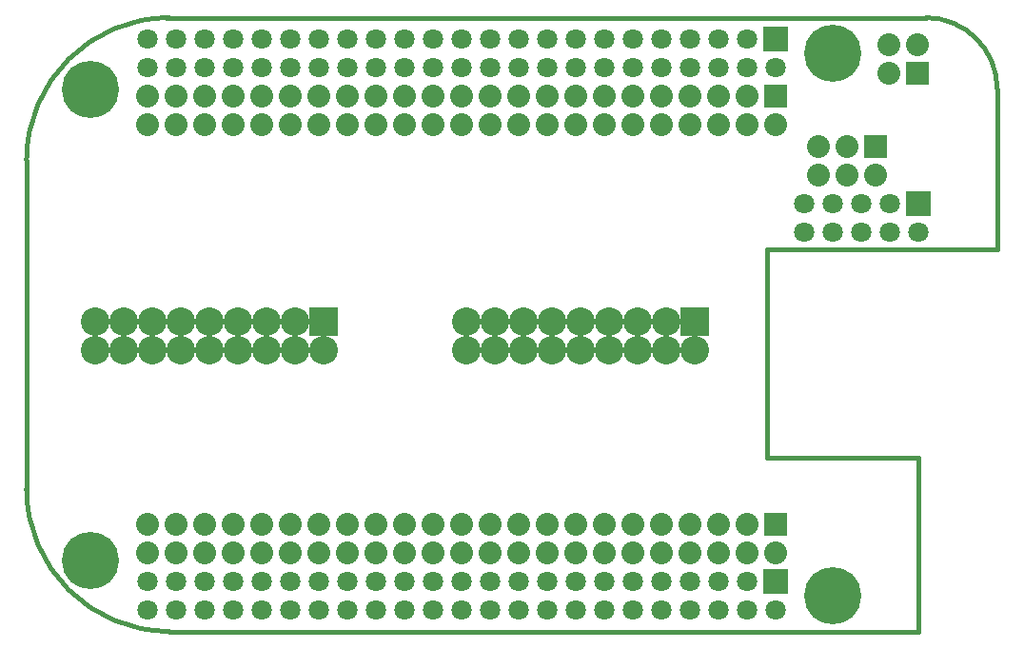
<source format=gbs>
G04 (created by PCBNEW (25-Oct-2014 BZR 4029)-stable) date Sun 29 Mar 2015 05:09:11 PM EEST*
%MOIN*%
G04 Gerber Fmt 3.4, Leading zero omitted, Abs format*
%FSLAX34Y34*%
G01*
G70*
G90*
G04 APERTURE LIST*
%ADD10C,0.00590551*%
%ADD11C,0.015*%
%ADD12R,0.08X0.08*%
%ADD13C,0.08*%
%ADD14C,0.2*%
%ADD15R,0.085X0.085*%
%ADD16C,0.0712*%
%ADD17R,0.1X0.1*%
%ADD18C,0.1*%
G04 APERTURE END LIST*
G54D10*
G54D11*
X29174Y0D02*
X5262Y0D01*
X9200Y-21500D02*
X9250Y-21500D01*
X5066Y-21500D02*
X28651Y-21500D01*
X31250Y-15400D02*
X25950Y-15400D01*
X31250Y-21500D02*
X28500Y-21500D01*
X31250Y-21500D02*
X31250Y-15450D01*
X5250Y0D02*
X4900Y0D01*
X25200Y0D02*
X27250Y0D01*
X27250Y-21500D02*
X25250Y-21500D01*
X5000Y-21500D02*
X5250Y-21500D01*
X27250Y-21500D02*
X28500Y-21500D01*
X27250Y0D02*
X28500Y0D01*
X25950Y-8100D02*
X25950Y-15400D01*
X34000Y-8100D02*
X25950Y-8100D01*
X34000Y-7900D02*
X34000Y-8100D01*
X28400Y0D02*
X31500Y0D01*
X0Y-5000D02*
X0Y-16500D01*
X34000Y-2500D02*
X34000Y-7950D01*
X34000Y-2500D02*
G75*
G03X31500Y0I-2500J0D01*
G74*
G01*
X0Y-16500D02*
G75*
G03X5000Y-21500I5000J0D01*
G74*
G01*
X5000Y0D02*
G75*
G03X0Y-5000I0J-5000D01*
G74*
G01*
G54D12*
X26250Y-2750D03*
G54D13*
X26250Y-3750D03*
X21250Y-2750D03*
X25250Y-3750D03*
X20250Y-2750D03*
X24250Y-3750D03*
X19250Y-2750D03*
X23250Y-3750D03*
X18250Y-2750D03*
X22250Y-3750D03*
X17250Y-2750D03*
X21250Y-3750D03*
X16250Y-2750D03*
X20250Y-3750D03*
X15250Y-2750D03*
X19250Y-3750D03*
X14250Y-2750D03*
X18250Y-3750D03*
X13250Y-2750D03*
X17250Y-3750D03*
X12250Y-2750D03*
X16250Y-3750D03*
X11250Y-2750D03*
X15250Y-3750D03*
X14250Y-3750D03*
X10250Y-2750D03*
X13250Y-3750D03*
X11250Y-3750D03*
X10250Y-3750D03*
X9250Y-3750D03*
X8250Y-3750D03*
X9250Y-2750D03*
X8250Y-2750D03*
X25250Y-2750D03*
X24250Y-2750D03*
X23250Y-2750D03*
X22250Y-2750D03*
X7250Y-2750D03*
X7250Y-3750D03*
X12250Y-3750D03*
X6250Y-2750D03*
X6250Y-3750D03*
X5250Y-2750D03*
X5250Y-3750D03*
X4250Y-2750D03*
X4250Y-3750D03*
G54D12*
X26250Y-17750D03*
G54D13*
X26250Y-18750D03*
X21250Y-17750D03*
X25250Y-18750D03*
X20250Y-17750D03*
X24250Y-18750D03*
X19250Y-17750D03*
X23250Y-18750D03*
X18250Y-17750D03*
X22250Y-18750D03*
X17250Y-17750D03*
X21250Y-18750D03*
X16250Y-17750D03*
X20250Y-18750D03*
X15250Y-17750D03*
X19250Y-18750D03*
X14250Y-17750D03*
X18250Y-18750D03*
X13250Y-17750D03*
X17250Y-18750D03*
X12250Y-17750D03*
X16250Y-18750D03*
X11250Y-17750D03*
X15250Y-18750D03*
X14250Y-18750D03*
X10250Y-17750D03*
X13250Y-18750D03*
X11250Y-18750D03*
X10250Y-18750D03*
X9250Y-18750D03*
X8250Y-18750D03*
X9250Y-17750D03*
X8250Y-17750D03*
X25250Y-17750D03*
X24250Y-17750D03*
X23250Y-17750D03*
X22250Y-17750D03*
X7250Y-17750D03*
X7250Y-18750D03*
X12250Y-18750D03*
X6250Y-17750D03*
X6250Y-18750D03*
X5250Y-17750D03*
X5250Y-18750D03*
X4250Y-17750D03*
X4250Y-18750D03*
G54D12*
X29750Y-4500D03*
G54D13*
X29750Y-5500D03*
X28750Y-4500D03*
X28750Y-5500D03*
X27750Y-4500D03*
X27750Y-5500D03*
G54D12*
X31200Y-1950D03*
G54D13*
X30200Y-1950D03*
X31200Y-950D03*
X30200Y-950D03*
G54D14*
X2250Y-2500D03*
X28250Y-1250D03*
X28250Y-20250D03*
X2250Y-19000D03*
G54D15*
X26250Y-750D03*
G54D16*
X26250Y-1750D03*
X25250Y-750D03*
X25250Y-1750D03*
X24250Y-750D03*
X24250Y-1750D03*
X23250Y-750D03*
X23250Y-1750D03*
X22250Y-750D03*
X22250Y-1750D03*
X21250Y-750D03*
X21250Y-1750D03*
X20250Y-750D03*
X20250Y-1750D03*
X19250Y-750D03*
X19250Y-1750D03*
X18250Y-750D03*
X18250Y-1750D03*
X17250Y-750D03*
X17250Y-1750D03*
X16250Y-750D03*
X16250Y-1750D03*
X15250Y-750D03*
X15250Y-1750D03*
X14250Y-750D03*
X14250Y-1750D03*
X13250Y-750D03*
X13250Y-1750D03*
X12250Y-750D03*
X12250Y-1750D03*
X11250Y-750D03*
X11250Y-1750D03*
X10250Y-750D03*
X10250Y-1750D03*
X9250Y-750D03*
X9250Y-1750D03*
X8250Y-750D03*
X8250Y-1750D03*
X7250Y-750D03*
X7250Y-1750D03*
X6250Y-750D03*
X6250Y-1750D03*
X5250Y-750D03*
X5250Y-1750D03*
X4250Y-750D03*
X4250Y-1750D03*
G54D15*
X26250Y-19750D03*
G54D16*
X26250Y-20750D03*
X25250Y-19750D03*
X25250Y-20750D03*
X24250Y-19750D03*
X24250Y-20750D03*
X23250Y-19750D03*
X23250Y-20750D03*
X22250Y-19750D03*
X22250Y-20750D03*
X21250Y-19750D03*
X21250Y-20750D03*
X20250Y-19750D03*
X20250Y-20750D03*
X19250Y-19750D03*
X19250Y-20750D03*
X18250Y-19750D03*
X18250Y-20750D03*
X17250Y-19750D03*
X17250Y-20750D03*
X16250Y-19750D03*
X16250Y-20750D03*
X15250Y-19750D03*
X15250Y-20750D03*
X14250Y-19750D03*
X14250Y-20750D03*
X13250Y-19750D03*
X13250Y-20750D03*
X12250Y-19750D03*
X12250Y-20750D03*
X11250Y-19750D03*
X11250Y-20750D03*
X10250Y-19750D03*
X10250Y-20750D03*
X9250Y-19750D03*
X9250Y-20750D03*
X8250Y-19750D03*
X8250Y-20750D03*
X7250Y-19750D03*
X7250Y-20750D03*
X6250Y-19750D03*
X6250Y-20750D03*
X5250Y-19750D03*
X5250Y-20750D03*
X4250Y-19750D03*
X4250Y-20750D03*
G54D15*
X31250Y-6500D03*
G54D16*
X31250Y-7500D03*
X30250Y-6500D03*
X30250Y-7500D03*
X29250Y-6500D03*
X29250Y-7500D03*
X28250Y-6500D03*
X28250Y-7500D03*
X27250Y-6500D03*
X27250Y-7500D03*
G54D17*
X10407Y-10639D03*
G54D18*
X10407Y-11639D03*
X9407Y-10639D03*
X9407Y-11639D03*
X8407Y-10639D03*
X8407Y-11639D03*
X7407Y-10639D03*
X7407Y-11639D03*
X6407Y-10639D03*
X6407Y-11639D03*
X5407Y-10639D03*
X5407Y-11639D03*
X4407Y-10639D03*
X4407Y-11639D03*
X3407Y-10639D03*
X3407Y-11639D03*
X2407Y-10639D03*
X2407Y-11639D03*
G54D17*
X23399Y-10639D03*
G54D18*
X23399Y-11639D03*
X22399Y-10639D03*
X22399Y-11639D03*
X21399Y-10639D03*
X21399Y-11639D03*
X20399Y-10639D03*
X20399Y-11639D03*
X19399Y-10639D03*
X19399Y-11639D03*
X18399Y-10639D03*
X18399Y-11639D03*
X17399Y-10639D03*
X17399Y-11639D03*
X16399Y-10639D03*
X16399Y-11639D03*
X15399Y-10639D03*
X15399Y-11639D03*
M02*

</source>
